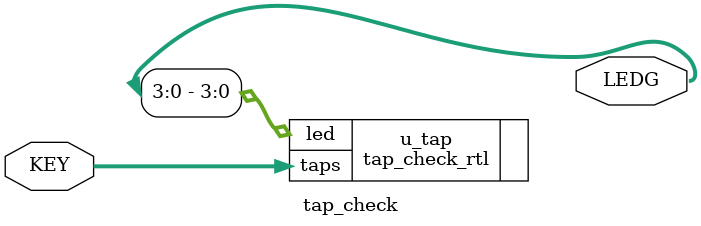
<source format=v>
module tap_check (
    input [3: 0] KEY,
    output [7: 0] LEDG
);
    tap_check_rtl u_tap(
        .taps(KEY),
        .led(LEDG[3:0])
    );
endmodule
</source>
